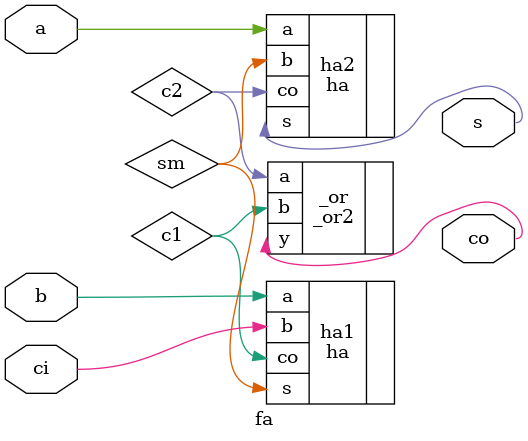
<source format=v>
module fa(a,b,ci,s,co); // [Lab02]Full adder
	input a,b,ci; 
	output s,co;
	wire c1,c2,sm;
	
	ha ha1(.a(b),.b(ci),.s(sm),.co(c1)); // s = b^ci, co = b&ci
	ha ha2(.a(a),.b(sm),.s(s),.co(c2)); //s=a^b^ci, co=a&b + a&ci
	_or2 _or(.a(c2),.b(c1),.y(co)); // co = a&b+a&ci+b&ci
endmodule
</source>
